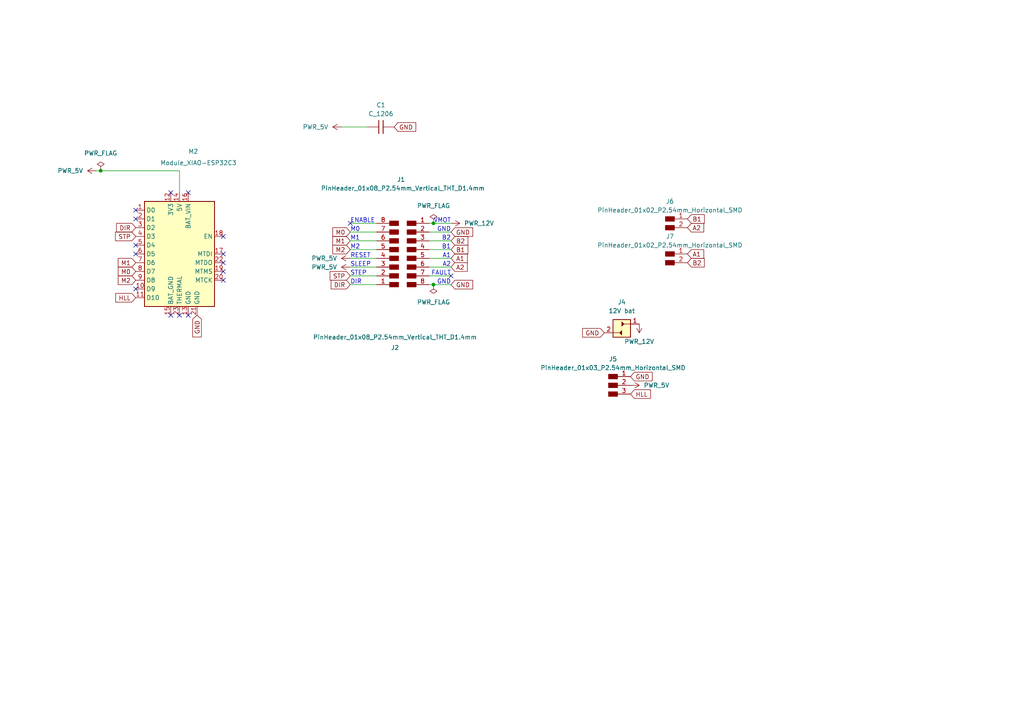
<source format=kicad_sch>
(kicad_sch (version 20250114) (generator "eeschema") (generator_version "9.0")
  (paper "A4")
  (lib_symbols
    (symbol "fab:C_1206" (pin_numbers (hide yes))
      (property "Reference" "C" (at 0.635 2.54 0))
      (property "Value" "C_1206" (at 0.635 -2.54 0))
      (symbol "C_1206_1_1"
        (polyline (pts (xy -1.905 0.635) (xy 1.905 0.635)) (stroke (width 0.25)))
        (polyline (pts (xy -1.905 -0.635) (xy 1.905 -0.635)) (stroke (width 0.25)))
        (pin passive line (at 0 3.81 270) (length 3.175) (name "~") (number "1"))
        (pin passive line (at 0 -3.81 90) (length 3.175) (name "~") (number "2"))
      )
    )
    (symbol "fab:Module_XIAO-ESP32C3"
      (property "Reference" "M" (at -10.16 16.51 0))
      (property "Value" "Module_XIAO-ESP32C3" (at 3.81 16.51 0))
      (symbol "Module_XIAO-ESP32C3_1_1"
        (rectangle (start -10.16 15.24) (end 10.16 -15.24) (stroke (width 0.254)) (fill (type background)))
        (pin bidirectional line (at -12.7 12.7 0) (length 2.54) (name "D0") (number "1"))
        (pin bidirectional line (at -12.7 10.16 0) (length 2.54) (name "D1") (number "2"))
        (pin bidirectional line (at -12.7 7.62 0) (length 2.54) (name "D2") (number "3"))
        (pin bidirectional line (at -12.7 5.08 0) (length 2.54) (name "D3") (number "4"))
        (pin bidirectional line (at -12.7 2.54 0) (length 2.54) (name "D4") (number "5"))
        (pin bidirectional line (at -12.7 0 0) (length 2.54) (name "D5") (number "6"))
        (pin bidirectional line (at -12.7 -2.54 0) (length 2.54) (name "D6") (number "7"))
        (pin bidirectional line (at -12.7 -5.08 0) (length 2.54) (name "D7") (number "8"))
        (pin bidirectional line (at -12.7 -7.62 0) (length 2.54) (name "D8") (number "9"))
        (pin bidirectional line (at -12.7 -10.16 0) (length 2.54) (name "D9") (number "10"))
        (pin bidirectional line (at -12.7 -12.7 0) (length 2.54) (name "D10") (number "11"))
        (pin power_in line (at -2.54 17.78 270) (length 2.54) (name "3V3") (number "12"))
        (pin power_in line (at -2.54 -17.78 90) (length 2.54) (name "BAT_GND") (number "15"))
        (pin power_in line (at 0 17.78 270) (length 2.54) (name "5V") (number "14"))
        (pin power_in line (at 0 -17.78 90) (length 2.54) (name "THERMAL") (number "23"))
        (pin power_in line (at 2.54 17.78 270) (length 2.54) (name "BAT_VIN") (number "16"))
        (pin power_in line (at 2.54 -17.78 90) (length 2.54) (name "GND") (number "13"))
        (pin power_in line (at 5.08 -17.78 90) (length 2.54) (name "GND") (number "21"))
        (pin input line (at 12.7 5.08 180) (length 2.54) (name "EN") (number "18"))
        (pin input line (at 12.7 0 180) (length 2.54) (name "MTDI") (number "17"))
        (pin output line (at 12.7 -2.54 180) (length 2.54) (name "MTDO") (number "22"))
        (pin input line (at 12.7 -5.08 180) (length 2.54) (name "MTMS") (number "19"))
        (pin input line (at 12.7 -7.62 180) (length 2.54) (name "MTCK") (number "20"))
      )
    )
    (symbol "fab:PWR_12V" (power) (pin_names (offset 0))
      (property "Value" "PWR_12V" (at 0 3.556 0))
      (symbol "PWR_12V_0_1"
        (polyline (pts (xy -0.762 1.27) (xy 0 2.54)))
        (polyline (pts (xy 0 2.54) (xy 0.762 1.27)))
        (polyline (pts (xy 0 0) (xy 0 2.54)))
      )
      (symbol "PWR_12V_1_1"
        (pin power_in line (at 0 0 90) (length 0) (hide yes) (name "PWR_12V") (number "1"))
      )
    )
    (symbol "fab:PWR_5V" (power) (pin_names (offset 0))
      (property "Value" "PWR_5V" (at 0 3.556 0))
      (symbol "PWR_5V_0_1"
        (polyline (pts (xy -0.762 1.27) (xy 0 2.54)))
        (polyline (pts (xy 0 2.54) (xy 0.762 1.27)))
        (polyline (pts (xy 0 0) (xy 0 2.54)))
      )
      (symbol "PWR_5V_1_1"
        (pin power_in line (at 0 0 90) (length 0) (hide yes) (name "PWR_5V") (number "1"))
      )
    )
    (symbol "fab:PinHeader_01x02_P2.54mm_Horizontal_SMD" (pin_names (hide yes))
      (property "Reference" "J" (at 0 2.54 0))
      (property "Value" "PinHeader_01x02_P2.54mm_Horizontal_SMD" (at 0 -5.08 0))
      (symbol "PinHeader_01x02_P2.54mm_Horizontal_SMD_1_1"
        (rectangle (start -1.27 0.635) (end 1.27 -0.635) (stroke (width 0.254)) (fill (type outline)))
        (rectangle (start -1.27 -1.905) (end 1.27 -3.175) (stroke (width 0.254)) (fill (type outline)))
        (pin passive line (at 5.08 0 180) (length 3.81) (name "Pin_1") (number "1"))
        (pin passive line (at 5.08 -2.54 180) (length 3.81) (name "Pin_2") (number "2"))
      )
    )
    (symbol "fab:PinHeader_01x03_P2.54mm_Horizontal_SMD" (pin_names (hide yes))
      (property "Reference" "J" (at 0 5.08 0))
      (property "Value" "PinHeader_01x03_P2.54mm_Horizontal_SMD" (at 0 -5.08 0))
      (symbol "PinHeader_01x03_P2.54mm_Horizontal_SMD_1_1"
        (rectangle (start -1.27 3.175) (end 1.27 1.905) (stroke (width 0.254)) (fill (type outline)))
        (rectangle (start -1.27 0.635) (end 1.27 -0.635) (stroke (width 0.254)) (fill (type outline)))
        (rectangle (start -1.27 -1.905) (end 1.27 -3.175) (stroke (width 0.254)) (fill (type outline)))
        (pin passive line (at 5.08 2.54 180) (length 3.81) (name "Pin_1") (number "1"))
        (pin passive line (at 5.08 0 180) (length 3.81) (name "Pin_2") (number "2"))
        (pin passive line (at 5.08 -2.54 180) (length 3.81) (name "Pin_3") (number "3"))
      )
    )
    (symbol "fab:PinHeader_01x08_P2.54mm_Vertical_THT_D1.4mm" (pin_names (hide yes))
      (property "Reference" "J" (at 0 10.16 0))
      (property "Value" "PinHeader_01x08_P2.54mm_Vertical_THT_D1.4mm" (at 0 -12.7 0))
      (symbol "PinHeader_01x08_P2.54mm_Vertical_THT_D1.4mm_1_1"
        (rectangle (start -1.27 8.255) (end 1.27 6.985) (stroke (width 0.254)) (fill (type outline)))
        (rectangle (start -1.27 5.715) (end 1.27 4.445) (stroke (width 0.254)) (fill (type outline)))
        (rectangle (start -1.27 3.175) (end 1.27 1.905) (stroke (width 0.254)) (fill (type outline)))
        (rectangle (start -1.27 0.635) (end 1.27 -0.635) (stroke (width 0.254)) (fill (type outline)))
        (rectangle (start -1.27 -1.905) (end 1.27 -3.175) (stroke (width 0.254)) (fill (type outline)))
        (rectangle (start -1.27 -4.445) (end 1.27 -5.715) (stroke (width 0.254)) (fill (type outline)))
        (rectangle (start -1.27 -6.985) (end 1.27 -8.255) (stroke (width 0.254)) (fill (type outline)))
        (rectangle (start -1.27 -9.525) (end 1.27 -10.795) (stroke (width 0.254)) (fill (type outline)))
        (pin passive line (at 5.08 7.62 180) (length 3.81) (name "Pin_1") (number "1"))
        (pin passive line (at 5.08 5.08 180) (length 3.81) (name "Pin_2") (number "2"))
        (pin passive line (at 5.08 2.54 180) (length 3.81) (name "Pin_3") (number "3"))
        (pin passive line (at 5.08 0 180) (length 3.81) (name "Pin_4") (number "4"))
        (pin passive line (at 5.08 -2.54 180) (length 3.81) (name "Pin_5") (number "5"))
        (pin passive line (at 5.08 -5.08 180) (length 3.81) (name "Pin_6") (number "6"))
        (pin passive line (at 5.08 -7.62 180) (length 3.81) (name "Pin_7") (number "7"))
        (pin passive line (at 5.08 -10.16 180) (length 3.81) (name "Pin_8") (number "8"))
      )
    )
    (symbol "fab:PinSocket_01x02_P2.54mm_Vertical_SMD" (pin_names (hide yes))
      (property "Reference" "J" (at 0 3.81 0))
      (property "Value" "PinSocket_01x02_P2.54mm_Vertical_SMD" (at 0 -3.81 0))
      (symbol "PinSocket_01x02_P2.54mm_Vertical_SMD_0_0"
        (rectangle (start -2.54 2.54) (end 2.54 -2.54) (stroke (width 0.254)) (fill (type background)))
        (polyline (pts (xy 0 0.635) (xy 0.635 1.27) (xy 0 1.905) (xy 0 0.635)) (fill (type outline)))
        (polyline (pts (xy 0 -1.27) (xy -2.54 -1.27)))
        (polyline (pts (xy 0 -1.905) (xy -0.635 -1.27) (xy 0 -0.635) (xy 0 -1.905)) (fill (type outline)))
        (polyline (pts (xy 2.54 1.27) (xy 0 1.27)))
      )
      (symbol "PinSocket_01x02_P2.54mm_Vertical_SMD_1_1"
        (pin passive line (at -5.08 -1.27 0) (length 2.54) (name "Pin_2") (number "2"))
        (pin passive line (at 5.08 1.27 180) (length 2.54) (name "Pin_1") (number "1"))
      )
    )
    (symbol "power:PWR_FLAG" (power) (pin_numbers (hide yes)) (pin_names (offset 0) (hide yes))
      (property "Value" "PWR_FLAG" (at 0 3.81 0))
      (symbol "PWR_FLAG_0_0"
        (pin power_out line (at 0 0 90) (length 0) (name "~") (number "1"))
      )
      (symbol "PWR_FLAG_0_1"
        (polyline (pts (xy 0 0) (xy 0 1.27) (xy -1.016 1.905) (xy 0 2.54) (xy 1.016 1.905) (xy 0 1.27)))
      )
    )
  )
  (text "STEP" (at 101.6 80.01 0) (effects (font (size 1.27 1.27)) (justify left bottom)))
  (text "RESET" (at 101.6 74.93 0) (effects (font (size 1.27 1.27)) (justify left bottom)))
  (text "SLEEP" (at 101.6 77.47 0) (effects (font (size 1.27 1.27)) (justify left bottom)))
  (text "M2" (at 101.6 72.39 0) (effects (font (size 1.27 1.27)) (justify left bottom)))
  (text "VMOT" (at 130.81 64.77 0) (effects (font (size 1.27 1.27)) (justify right bottom)))
  (text "ENABLE" (at 101.6 64.77 0) (effects (font (size 1.27 1.27)) (justify left bottom)))
  (text "FAULT" (at 130.81 80.01 0) (effects (font (size 1.27 1.27)) (justify right bottom)))
  (text "GND" (at 130.81 82.55 0) (effects (font (size 1.27 1.27)) (justify right bottom)))
  (text "B2" (at 130.81 69.85 0) (effects (font (size 1.27 1.27)) (justify right bottom)))
  (text "A2" (at 130.81 77.47 0) (effects (font (size 1.27 1.27)) (justify right bottom)))
  (text "M0" (at 101.6 67.31 0) (effects (font (size 1.27 1.27)) (justify left bottom)))
  (text "M1" (at 101.6 69.85 0) (effects (font (size 1.27 1.27)) (justify left bottom)))
  (text "DIR" (at 101.6 82.55 0) (effects (font (size 1.27 1.27)) (justify left bottom)))
  (text "GND" (at 130.81 67.31 0) (effects (font (size 1.27 1.27)) (justify right bottom)))
  (text "A1" (at 130.81 74.93 0) (effects (font (size 1.27 1.27)) (justify right bottom)))
  (text "B1" (at 130.81 72.39 0) (effects (font (size 1.27 1.27)) (justify right bottom)))
  (junction (at 29.21 49.53))
  (junction (at 125.73 82.55))
  (junction (at 125.73 64.77))
  (no_connect (at 101.6 64.77))
  (no_connect (at 64.77 78.74))
  (no_connect (at 64.77 73.66))
  (no_connect (at 54.61 91.44))
  (no_connect (at 64.77 81.28))
  (no_connect (at 130.81 80.01))
  (no_connect (at 54.61 55.88))
  (no_connect (at 64.77 68.58))
  (no_connect (at 39.37 73.66))
  (no_connect (at 64.77 76.2))
  (no_connect (at 39.37 60.96))
  (no_connect (at 39.37 83.82))
  (no_connect (at 39.37 63.5))
  (no_connect (at 39.37 71.12))
  (no_connect (at 49.53 55.88))
  (no_connect (at 49.53 91.44))
  (no_connect (at 52.07 91.44))
  (wire (pts (xy 101.6 82.55) (xy 109.22 82.55)))
  (wire (pts (xy 124.46 74.93) (xy 130.81 74.93)))
  (wire (pts (xy 27.94 49.53) (xy 29.21 49.53)))
  (wire (pts (xy 124.46 82.55) (xy 125.73 82.55)))
  (wire (pts (xy 101.6 72.39) (xy 109.22 72.39)))
  (wire (pts (xy 52.07 55.88) (xy 52.07 49.53)))
  (wire (pts (xy 125.73 64.77) (xy 130.81 64.77)))
  (wire (pts (xy 29.21 49.53) (xy 52.07 49.53)))
  (wire (pts (xy 101.6 69.85) (xy 109.22 69.85)))
  (wire (pts (xy 124.46 72.39) (xy 130.81 72.39)))
  (wire (pts (xy 124.46 77.47) (xy 130.81 77.47)))
  (wire (pts (xy 124.46 69.85) (xy 130.81 69.85)))
  (wire (pts (xy 101.6 80.01) (xy 109.22 80.01)))
  (wire (pts (xy 124.46 67.31) (xy 130.81 67.31)))
  (wire (pts (xy 101.6 77.47) (xy 109.22 77.47)))
  (wire (pts (xy 124.46 80.01) (xy 130.81 80.01)))
  (wire (pts (xy 99.06 36.83) (xy 106.68 36.83)))
  (wire (pts (xy 101.6 67.31) (xy 109.22 67.31)))
  (wire (pts (xy 101.6 74.93) (xy 109.22 74.93)))
  (wire (pts (xy 125.73 82.55) (xy 130.81 82.55)))
  (wire (pts (xy 101.6 64.77) (xy 109.22 64.77)))
  (wire (pts (xy 124.46 64.77) (xy 125.73 64.77)))
  (global_label "GND" (shape input) (at 130.81 67.31 0) (property "Intersheetrefs" "${INTERSHEET_REFS}" (effects (hide yes))))
  (global_label "M1" (shape input) (at 39.37 76.2 180) (property "Intersheetrefs" "${INTERSHEET_REFS}" (effects (hide yes))))
  (global_label "HLL" (shape input) (at 39.37 86.36 180) (property "Intersheetrefs" "${INTERSHEET_REFS}" (effects (hide yes))))
  (global_label "GND" (shape input) (at 182.88 109.22 0) (property "Intersheetrefs" "${INTERSHEET_REFS}" (effects (hide yes))))
  (global_label "STP" (shape input) (at 101.6 80.01 180) (property "Intersheetrefs" "${INTERSHEET_REFS}" (effects (hide yes))))
  (global_label "GND" (shape input) (at 130.81 82.55 0) (property "Intersheetrefs" "${INTERSHEET_REFS}" (effects (hide yes))))
  (global_label "GND" (shape input) (at 57.15 91.44 270) (property "Intersheetrefs" "${INTERSHEET_REFS}" (effects (hide yes))))
  (global_label "HLL" (shape input) (at 182.88 114.3 0) (property "Intersheetrefs" "${INTERSHEET_REFS}" (effects (hide yes))))
  (global_label "A1" (shape input) (at 199.39 73.66 0) (property "Intersheetrefs" "${INTERSHEET_REFS}" (effects (hide yes))))
  (global_label "M2" (shape input) (at 39.37 81.28 180) (property "Intersheetrefs" "${INTERSHEET_REFS}" (effects (hide yes))))
  (global_label "M2" (shape input) (at 101.6 72.39 180) (property "Intersheetrefs" "${INTERSHEET_REFS}" (effects (hide yes))))
  (global_label "A2" (shape input) (at 130.81 77.47 0) (property "Intersheetrefs" "${INTERSHEET_REFS}" (effects (hide yes))))
  (global_label "DIR" (shape input) (at 39.37 66.04 180) (property "Intersheetrefs" "${INTERSHEET_REFS}" (effects (hide yes))))
  (global_label "B2" (shape input) (at 130.81 69.85 0) (property "Intersheetrefs" "${INTERSHEET_REFS}" (effects (hide yes))))
  (global_label "DIR" (shape input) (at 101.6 82.55 180) (property "Intersheetrefs" "${INTERSHEET_REFS}" (effects (hide yes))))
  (global_label "GND" (shape input) (at 114.3 36.83 0) (property "Intersheetrefs" "${INTERSHEET_REFS}" (effects (hide yes))))
  (global_label "M0" (shape input) (at 101.6 67.31 180) (property "Intersheetrefs" "${INTERSHEET_REFS}" (effects (hide yes))))
  (global_label "M0" (shape input) (at 39.37 78.74 180) (property "Intersheetrefs" "${INTERSHEET_REFS}" (effects (hide yes))))
  (global_label "B1" (shape input) (at 199.39 63.5 0) (property "Intersheetrefs" "${INTERSHEET_REFS}" (effects (hide yes))))
  (global_label "A2" (shape input) (at 199.39 66.04 0) (property "Intersheetrefs" "${INTERSHEET_REFS}" (effects (hide yes))))
  (global_label "M1" (shape input) (at 101.6 69.85 180) (property "Intersheetrefs" "${INTERSHEET_REFS}" (effects (hide yes))))
  (global_label "B1" (shape input) (at 130.81 72.39 0) (property "Intersheetrefs" "${INTERSHEET_REFS}" (effects (hide yes))))
  (global_label "STP" (shape input) (at 39.37 68.58 180) (property "Intersheetrefs" "${INTERSHEET_REFS}" (effects (hide yes))))
  (global_label "GND" (shape input) (at 175.26 96.52 180) (property "Intersheetrefs" "${INTERSHEET_REFS}" (effects (hide yes))))
  (global_label "B2" (shape input) (at 199.39 76.2 0) (property "Intersheetrefs" "${INTERSHEET_REFS}" (effects (hide yes))))
  (global_label "A1" (shape input) (at 130.81 74.93 0) (property "Intersheetrefs" "${INTERSHEET_REFS}" (effects (hide yes))))
  (symbol (lib_id "fab:PWR_5V") (at 101.6 74.93 90) (unit 1)
    (property "Reference" "#PWR02" (effects (hide yes)))
    (property "Value" "PWR_5V" (at 97.79 74.9299 90) (effects (justify left)))
    (property "Description" "Power symbol creates a global label with name \"+5V\"" (effects (hide yes)))
  )
  (symbol (lib_id "fab:PinHeader_01x03_P2.54mm_Horizontal_SMD") (at 177.8 111.76 0) (unit 1)
    (property "Reference" "J5" (at 177.8 104.14 0))
    (property "Value" "PinHeader_01x03_P2.54mm_Horizontal_SMD" (at 177.8 106.68 0))
    (property "Footprint" "fab:PinHeader_01x03_P2.54mm_Horizontal_SMD" (effects (hide yes)))
    (property "Description" "Male connector, single row" (effects (hide yes)))
  )
  (symbol (lib_id "fab:C_1206") (at 110.49 36.83 90) (unit 1)
    (property "Reference" "C1" (at 110.49 30.48 90))
    (property "Value" "C_1206" (at 110.49 33.02 90))
    (property "Footprint" "fab:C_1206" (effects (hide yes)))
    (property "Datasheet" "https://www.yageo.com/upload/media/product/productsearch/datasheet/mlcc/UPY-GP_NP0_16V-to-50V_18.pdf" (effects (hide yes)))
    (property "Description" "Unpolarized capacitor, SMD, 1206" (effects (hide yes)))
  )
  (symbol (lib_id "fab:PWR_5V") (at 27.94 49.53 90) (unit 1)
    (property "Reference" "#PWR01" (effects (hide yes)))
    (property "Value" "PWR_5V" (at 24.13 49.5299 90) (effects (justify left)))
    (property "Description" "Power symbol creates a global label with name \"+5V\"" (effects (hide yes)))
  )
  (symbol (lib_id "fab:PinHeader_01x02_P2.54mm_Horizontal_SMD") (at 194.31 73.66 0) (unit 1)
    (property "Reference" "J7" (at 194.31 68.58 0))
    (property "Value" "PinHeader_01x02_P2.54mm_Horizontal_SMD" (at 194.31 71.12 0))
    (property "Footprint" "fab:PinHeader_01x02_P2.54mm_Horizontal_SMD" (effects (hide yes)))
    (property "Description" "Male connector, single row" (effects (hide yes)))
  )
  (symbol (lib_id "fab:PWR_5V") (at 101.6 77.47 90) (unit 1)
    (property "Reference" "#PWR03" (effects (hide yes)))
    (property "Value" "PWR_5V" (at 97.79 77.4699 90) (effects (justify left)))
    (property "Description" "Power symbol creates a global label with name \"+5V\"" (effects (hide yes)))
  )
  (symbol (lib_id "fab:PWR_12V") (at 130.81 64.77 270) (unit 1)
    (property "Reference" "#PWR06" (effects (hide yes)))
    (property "Value" "PWR_12V" (at 134.62 64.7699 90) (effects (justify left)))
    (property "Description" "Power symbol creates a global label with name \"+12V\"" (effects (hide yes)))
  )
  (symbol (lib_id "fab:PinSocket_01x02_P2.54mm_Vertical_SMD") (at 180.34 95.25 0) (unit 1)
    (property "Reference" "J4" (at 180.34 87.63 0))
    (property "Value" "12V bat" (at 180.34 90.17 0))
    (property "Footprint" "fab:PinSocket_01x02_P2.54mm_Vertical_SMD" (effects (hide yes)))
    (property "Datasheet" "https://media.digikey.com/pdf/Data%20Sheets/Sullins%20PDFs/NPxCxx1KFXx-RC%2010487-D.pdf" (effects (hide yes)))
    (property "Description" "2 Position Header, Top or Bottom Entry Connector 0.100\" (2.54mm) Surface Mount Tin" (effects (hide yes)))
  )
  (symbol (lib_id "fab:Module_XIAO-ESP32C3") (at 52.07 73.66 0) (unit 1)
    (property "Reference" "M2" (at 54.61 43.942 0) (effects (justify left)))
    (property "Value" "Module_XIAO-ESP32C3" (at 46.482 47.244 0) (effects (justify left)))
    (property "Footprint" "fab:SeeedStudio_XIAO_ESP32C3" (effects (hide yes)))
    (property "Datasheet" "https://wiki.seeedstudio.com/XIAO_ESP32C3_Getting_Started/" (effects (hide yes)))
    (property "Description" "ESP32-C3 Transceiver; 802.11 a/b/g/n (Wi-Fi, WiFi, WLAN), Bluetooth® Smart 4.x Low Energy (BLE) 2.4GHz Evaluation Board" (effects (hide yes)))
  )
  (symbol (lib_id "fab:PWR_5V") (at 182.88 111.76 270) (unit 1)
    (property "Reference" "#PWR08" (effects (hide yes)))
    (property "Value" "PWR_5V" (at 186.69 111.7599 90) (effects (justify left)))
    (property "Description" "Power symbol creates a global label with name \"+5V\"" (effects (hide yes)))
  )
  (symbol (lib_id "fab:PWR_5V") (at 99.06 36.83 90) (unit 1)
    (property "Reference" "#PWR04" (effects (hide yes)))
    (property "Value" "PWR_5V" (at 95.25 36.8299 90) (effects (justify left)))
    (property "Description" "Power symbol creates a global label with name \"+5V\"" (effects (hide yes)))
  )
  (symbol (lib_id "fab:PinHeader_01x08_P2.54mm_Vertical_THT_D1.4mm") (at 119.38 72.39 0) (unit 1)
    (property "Reference" "J1" (at 116.332 52.07 0))
    (property "Value" "PinHeader_01x08_P2.54mm_Vertical_THT_D1.4mm" (at 116.84 54.61 0))
    (property "Footprint" "Connector_PinSocket_1.00mm:PinSocket_1x08_P1.00mm_Vertical_SMD_Pin1Left" (effects (hide yes)))
    (property "Description" "Connector Header Through Hole 8 positions 0.100\" (2.54mm)" (effects (hide yes)))
  )
  (symbol (lib_id "power:PWR_FLAG") (at 125.73 64.77 0) (unit 1)
    (property "Reference" "#FLG01" (effects (hide yes)))
    (property "Value" "PWR_FLAG" (at 125.73 59.69 0))
    (property "Description" "Special symbol for telling ERC where power comes from" (effects (hide yes)))
  )
  (symbol (lib_id "fab:PinHeader_01x02_P2.54mm_Horizontal_SMD") (at 194.31 63.5 0) (unit 1)
    (property "Reference" "J6" (at 194.31 58.42 0))
    (property "Value" "PinHeader_01x02_P2.54mm_Horizontal_SMD" (at 194.31 60.96 0))
    (property "Footprint" "fab:PinHeader_01x02_P2.54mm_Horizontal_SMD" (effects (hide yes)))
    (property "Description" "Male connector, single row" (effects (hide yes)))
  )
  (symbol (lib_id "power:PWR_FLAG") (at 125.73 82.55 180) (unit 1)
    (property "Reference" "#FLG02" (effects (hide yes)))
    (property "Value" "PWR_FLAG" (at 125.73 87.63 0))
    (property "Description" "Special symbol for telling ERC where power comes from" (effects (hide yes)))
  )
  (symbol (lib_id "fab:PWR_12V") (at 185.42 93.98 180) (unit 1)
    (property "Reference" "#PWR07" (effects (hide yes)))
    (property "Value" "PWR_12V" (at 185.42 99.06 0))
    (property "Description" "Power symbol creates a global label with name \"+12V\"" (effects (hide yes)))
  )
  (symbol (lib_id "power:PWR_FLAG") (at 29.21 49.53 0) (unit 1)
    (property "Reference" "#FLG03" (effects (hide yes)))
    (property "Value" "PWR_FLAG" (at 29.21 44.45 0))
    (property "Description" "Special symbol for telling ERC where power comes from" (effects (hide yes)))
  )
  (symbol (lib_id "fab:PinHeader_01x08_P2.54mm_Vertical_THT_D1.4mm") (at 114.3 74.93 180) (unit 1)
    (property "Reference" "J2" (at 114.554 100.838 0))
    (property "Value" "PinHeader_01x08_P2.54mm_Vertical_THT_D1.4mm" (at 114.554 97.79 0))
    (property "Footprint" "Connector_PinSocket_1.00mm:PinSocket_1x08_P1.00mm_Vertical_SMD_Pin1Left" (effects (hide yes)))
    (property "Description" "Connector Header Through Hole 8 positions 0.100\" (2.54mm)" (effects (hide yes)))
  )
)
</source>
